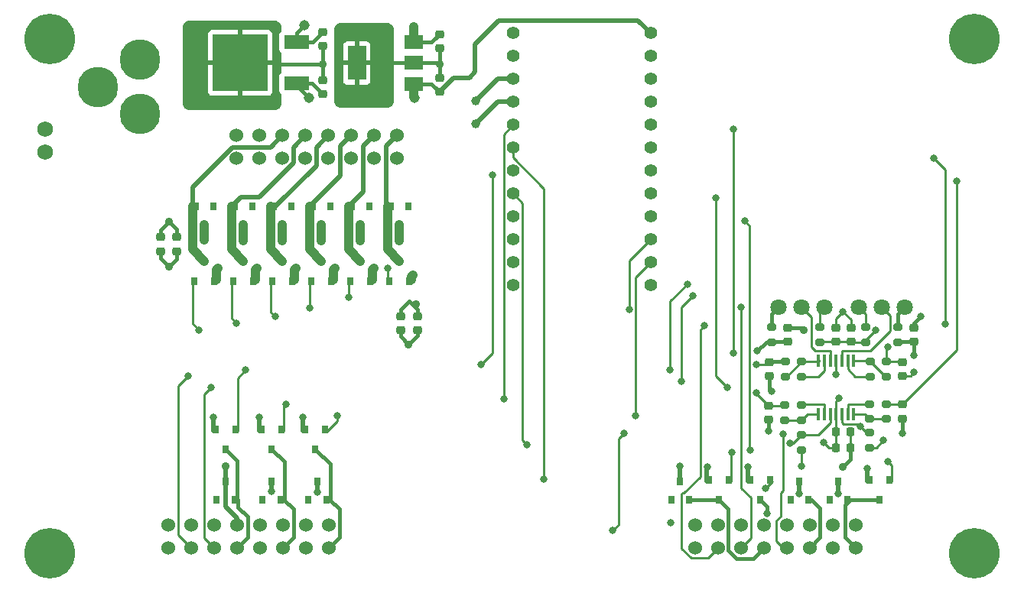
<source format=gbr>
%TF.GenerationSoftware,KiCad,Pcbnew,(6.0.10)*%
%TF.CreationDate,2024-07-31T13:49:43-04:00*%
%TF.ProjectId,min-evolver,6d696e2d-6576-46f6-9c76-65722e6b6963,rev?*%
%TF.SameCoordinates,Original*%
%TF.FileFunction,Copper,L1,Top*%
%TF.FilePolarity,Positive*%
%FSLAX46Y46*%
G04 Gerber Fmt 4.6, Leading zero omitted, Abs format (unit mm)*
G04 Created by KiCad (PCBNEW (6.0.10)) date 2024-07-31 13:49:43*
%MOMM*%
%LPD*%
G01*
G04 APERTURE LIST*
G04 Aperture macros list*
%AMRoundRect*
0 Rectangle with rounded corners*
0 $1 Rounding radius*
0 $2 $3 $4 $5 $6 $7 $8 $9 X,Y pos of 4 corners*
0 Add a 4 corners polygon primitive as box body*
4,1,4,$2,$3,$4,$5,$6,$7,$8,$9,$2,$3,0*
0 Add four circle primitives for the rounded corners*
1,1,$1+$1,$2,$3*
1,1,$1+$1,$4,$5*
1,1,$1+$1,$6,$7*
1,1,$1+$1,$8,$9*
0 Add four rect primitives between the rounded corners*
20,1,$1+$1,$2,$3,$4,$5,0*
20,1,$1+$1,$4,$5,$6,$7,0*
20,1,$1+$1,$6,$7,$8,$9,0*
20,1,$1+$1,$8,$9,$2,$3,0*%
G04 Aperture macros list end*
%TA.AperFunction,SMDPad,CuDef*%
%ADD10R,0.800000X0.900000*%
%TD*%
%TA.AperFunction,SMDPad,CuDef*%
%ADD11RoundRect,0.200000X0.275000X-0.200000X0.275000X0.200000X-0.275000X0.200000X-0.275000X-0.200000X0*%
%TD*%
%TA.AperFunction,SMDPad,CuDef*%
%ADD12RoundRect,0.225000X0.250000X-0.225000X0.250000X0.225000X-0.250000X0.225000X-0.250000X-0.225000X0*%
%TD*%
%TA.AperFunction,SMDPad,CuDef*%
%ADD13RoundRect,0.225000X-0.250000X0.225000X-0.250000X-0.225000X0.250000X-0.225000X0.250000X0.225000X0*%
%TD*%
%TA.AperFunction,SMDPad,CuDef*%
%ADD14RoundRect,0.200000X-0.275000X0.200000X-0.275000X-0.200000X0.275000X-0.200000X0.275000X0.200000X0*%
%TD*%
%TA.AperFunction,SMDPad,CuDef*%
%ADD15RoundRect,0.225000X-0.225000X-0.250000X0.225000X-0.250000X0.225000X0.250000X-0.225000X0.250000X0*%
%TD*%
%TA.AperFunction,SMDPad,CuDef*%
%ADD16R,2.000000X1.500000*%
%TD*%
%TA.AperFunction,SMDPad,CuDef*%
%ADD17R,2.000000X3.800000*%
%TD*%
%TA.AperFunction,ComponentPad*%
%ADD18C,5.600000*%
%TD*%
%TA.AperFunction,ComponentPad*%
%ADD19C,1.524000*%
%TD*%
%TA.AperFunction,SMDPad,CuDef*%
%ADD20RoundRect,0.225000X0.225000X0.250000X-0.225000X0.250000X-0.225000X-0.250000X0.225000X-0.250000X0*%
%TD*%
%TA.AperFunction,ComponentPad*%
%ADD21C,4.500000*%
%TD*%
%TA.AperFunction,ComponentPad*%
%ADD22C,1.000000*%
%TD*%
%TA.AperFunction,ComponentPad*%
%ADD23C,1.800000*%
%TD*%
%TA.AperFunction,SMDPad,CuDef*%
%ADD24R,2.800000X1.500000*%
%TD*%
%TA.AperFunction,SMDPad,CuDef*%
%ADD25R,6.100000X6.300000*%
%TD*%
%TA.AperFunction,ComponentPad*%
%ADD26C,1.397000*%
%TD*%
%TA.AperFunction,ComponentPad*%
%ADD27C,1.750000*%
%TD*%
%TA.AperFunction,SMDPad,CuDef*%
%ADD28R,0.450000X1.450000*%
%TD*%
%TA.AperFunction,ViaPad*%
%ADD29C,1.143000*%
%TD*%
%TA.AperFunction,ViaPad*%
%ADD30C,0.889000*%
%TD*%
%TA.AperFunction,ViaPad*%
%ADD31C,0.800000*%
%TD*%
%TA.AperFunction,Conductor*%
%ADD32C,0.508000*%
%TD*%
%TA.AperFunction,Conductor*%
%ADD33C,0.250000*%
%TD*%
%TA.AperFunction,Conductor*%
%ADD34C,1.016000*%
%TD*%
%TA.AperFunction,Conductor*%
%ADD35C,0.381000*%
%TD*%
G04 APERTURE END LIST*
D10*
%TO.P,Q12,1,G*%
%TO.N,/12*%
X120058000Y-78424000D03*
%TO.P,Q12,2,S*%
%TO.N,GND*%
X122258000Y-78424000D03*
%TO.P,Q12,3,D*%
%TO.N,/P-5*%
X121158000Y-76224000D03*
%TD*%
%TO.P,Q11,1,G*%
%TO.N,/5*%
X179230200Y-100400000D03*
%TO.P,Q11,2,S*%
%TO.N,GND*%
X177030200Y-100400000D03*
%TO.P,Q11,3,D*%
%TO.N,/LED-1*%
X178130200Y-102600000D03*
%TD*%
%TO.P,Q10,1,G*%
%TO.N,/10*%
X124376000Y-78424000D03*
%TO.P,Q10,2,S*%
%TO.N,GND*%
X126576000Y-78424000D03*
%TO.P,Q10,3,D*%
%TO.N,/P-4*%
X125476000Y-76224000D03*
%TD*%
%TO.P,Q9,3,D*%
%TO.N,/LED-0*%
X123494800Y-97012000D03*
%TO.P,Q9,2,S*%
%TO.N,GND*%
X122394800Y-94812000D03*
%TO.P,Q9,1,G*%
%TO.N,/4*%
X124594800Y-94812000D03*
%TD*%
%TO.P,Q8,1,G*%
%TO.N,/3*%
X183802200Y-100400000D03*
%TO.P,Q8,2,S*%
%TO.N,GND*%
X181602200Y-100400000D03*
%TO.P,Q8,3,D*%
%TO.N,/HTR-1*%
X182702200Y-102600000D03*
%TD*%
%TO.P,Q7,1,G*%
%TO.N,/9*%
X128694000Y-78424000D03*
%TO.P,Q7,2,S*%
%TO.N,GND*%
X130894000Y-78424000D03*
%TO.P,Q7,3,D*%
%TO.N,/P-3*%
X129794000Y-76224000D03*
%TD*%
%TO.P,Q6,3,D*%
%TO.N,/HTR-0*%
X128574800Y-97012000D03*
%TO.P,Q6,2,S*%
%TO.N,GND*%
X127474800Y-94812000D03*
%TO.P,Q6,1,G*%
%TO.N,/2*%
X129674800Y-94812000D03*
%TD*%
%TO.P,Q5,1,G*%
%TO.N,/8*%
X133012000Y-78424000D03*
%TO.P,Q5,2,S*%
%TO.N,GND*%
X135212000Y-78424000D03*
%TO.P,Q5,3,D*%
%TO.N,/P-2*%
X134112000Y-76224000D03*
%TD*%
%TO.P,Q4,1,G*%
%TO.N,/13*%
X197010200Y-100400000D03*
%TO.P,Q4,2,S*%
%TO.N,GND*%
X194810200Y-100400000D03*
%TO.P,Q4,3,D*%
%TO.N,/FAN-1*%
X195910200Y-102600000D03*
%TD*%
%TO.P,Q3,1,G*%
%TO.N,/7*%
X137330000Y-78424000D03*
%TO.P,Q3,2,S*%
%TO.N,GND*%
X139530000Y-78424000D03*
%TO.P,Q3,3,D*%
%TO.N,/P-1*%
X138430000Y-76224000D03*
%TD*%
%TO.P,Q2,1,G*%
%TO.N,/6*%
X141648000Y-78424000D03*
%TO.P,Q2,2,S*%
%TO.N,GND*%
X143848000Y-78424000D03*
%TO.P,Q2,3,D*%
%TO.N,/P-0*%
X142748000Y-76224000D03*
%TD*%
%TO.P,Q1,3,D*%
%TO.N,/FAN-0*%
X133400800Y-97012000D03*
%TO.P,Q1,2,S*%
%TO.N,GND*%
X132300800Y-94812000D03*
%TO.P,Q1,1,G*%
%TO.N,/11*%
X134500800Y-94812000D03*
%TD*%
%TO.P,D12,1,K*%
%TO.N,+12V*%
X121158000Y-72128000D03*
%TO.P,D12,2,A*%
%TO.N,/P-5*%
X120158000Y-70074000D03*
%TO.P,D12,3*%
%TO.N,N/C*%
X122158000Y-70074000D03*
%TD*%
%TO.P,D11,1,K*%
%TO.N,+5V*%
X173812200Y-100600000D03*
%TO.P,D11,2,A*%
%TO.N,/LED-1*%
X174812200Y-102654000D03*
%TO.P,D11,3*%
%TO.N,N/C*%
X172812200Y-102654000D03*
%TD*%
%TO.P,D10,1,K*%
%TO.N,+12V*%
X125476000Y-72128000D03*
%TO.P,D10,2,A*%
%TO.N,/P-4*%
X124476000Y-70074000D03*
%TO.P,D10,3*%
%TO.N,N/C*%
X126476000Y-70074000D03*
%TD*%
%TO.P,D9,1,K*%
%TO.N,+5V*%
X123494800Y-100600000D03*
%TO.P,D9,2,A*%
%TO.N,/LED-0*%
X124494800Y-102654000D03*
%TO.P,D9,3*%
%TO.N,N/C*%
X122494800Y-102654000D03*
%TD*%
%TO.P,D8,1,K*%
%TO.N,+12V*%
X187020200Y-100600000D03*
%TO.P,D8,2,A*%
%TO.N,/HTR-1*%
X188020200Y-102654000D03*
%TO.P,D8,3*%
%TO.N,N/C*%
X186020200Y-102654000D03*
%TD*%
%TO.P,D7,1,K*%
%TO.N,+12V*%
X129794000Y-72128000D03*
%TO.P,D7,2,A*%
%TO.N,/P-3*%
X128794000Y-70074000D03*
%TO.P,D7,3*%
%TO.N,N/C*%
X130794000Y-70074000D03*
%TD*%
%TO.P,D6,1,K*%
%TO.N,+12V*%
X128574800Y-100600000D03*
%TO.P,D6,2,A*%
%TO.N,/HTR-0*%
X129574800Y-102654000D03*
%TO.P,D6,3*%
%TO.N,N/C*%
X127574800Y-102654000D03*
%TD*%
%TO.P,D5,1,K*%
%TO.N,+12V*%
X134112000Y-72128000D03*
%TO.P,D5,2,A*%
%TO.N,/P-2*%
X133112000Y-70074000D03*
%TO.P,D5,3*%
%TO.N,N/C*%
X135112000Y-70074000D03*
%TD*%
%TO.P,D4,1,K*%
%TO.N,+12V*%
X191338200Y-100600000D03*
%TO.P,D4,2,A*%
%TO.N,/FAN-1*%
X192338200Y-102654000D03*
%TO.P,D4,3*%
%TO.N,N/C*%
X190338200Y-102654000D03*
%TD*%
%TO.P,D3,1,K*%
%TO.N,+12V*%
X138430000Y-72128000D03*
%TO.P,D3,2,A*%
%TO.N,/P-1*%
X137430000Y-70074000D03*
%TO.P,D3,3*%
%TO.N,N/C*%
X139430000Y-70074000D03*
%TD*%
%TO.P,D2,1,K*%
%TO.N,+12V*%
X142748000Y-72128000D03*
%TO.P,D2,2,A*%
%TO.N,/P-0*%
X141748000Y-70074000D03*
%TO.P,D2,3*%
%TO.N,N/C*%
X143748000Y-70074000D03*
%TD*%
%TO.P,D1,1,K*%
%TO.N,+12V*%
X133654800Y-100600000D03*
%TO.P,D1,2,A*%
%TO.N,/FAN-0*%
X134654800Y-102654000D03*
%TO.P,D1,3*%
%TO.N,N/C*%
X132654800Y-102654000D03*
%TD*%
D11*
%TO.P,R8,1*%
%TO.N,Net-(R10-Pad2)*%
X194792600Y-93662000D03*
%TO.P,R8,2*%
%TO.N,Net-(R8-Pad2)*%
X194792600Y-92012000D03*
%TD*%
D12*
%TO.P,C17,1*%
%TO.N,+3V3*%
X191084200Y-85103000D03*
%TO.P,C17,2*%
%TO.N,GND*%
X191084200Y-83553000D03*
%TD*%
D13*
%TO.P,C12,1*%
%TO.N,+12V*%
X144780000Y-82283000D03*
%TO.P,C12,2*%
%TO.N,GND*%
X144780000Y-83833000D03*
%TD*%
%TO.P,C9,1*%
%TO.N,+12V*%
X142849600Y-82283000D03*
%TO.P,C9,2*%
%TO.N,GND*%
X142849600Y-83833000D03*
%TD*%
D12*
%TO.P,C19,1*%
%TO.N,+3V3*%
X185750200Y-85103000D03*
%TO.P,C19,2*%
%TO.N,GND*%
X185750200Y-83553000D03*
%TD*%
%TO.P,C18,1*%
%TO.N,+3V3*%
X192735200Y-85103000D03*
%TO.P,C18,2*%
%TO.N,GND*%
X192735200Y-83553000D03*
%TD*%
%TO.P,C16,1*%
%TO.N,+3V3*%
X199720200Y-85103000D03*
%TO.P,C16,2*%
%TO.N,GND*%
X199720200Y-83553000D03*
%TD*%
D14*
%TO.P,R12,1*%
%TO.N,Net-(R12-Pad1)*%
X194894200Y-87313000D03*
%TO.P,R12,2*%
%TO.N,Net-(R12-Pad2)*%
X194894200Y-88963000D03*
%TD*%
%TO.P,R11,1*%
%TO.N,Net-(R11-Pad1)*%
X187274200Y-87313000D03*
%TO.P,R11,2*%
%TO.N,Net-(R11-Pad2)*%
X187274200Y-88963000D03*
%TD*%
%TO.P,R14,1*%
%TO.N,/A3*%
X185496200Y-87313000D03*
%TO.P,R14,2*%
%TO.N,Net-(R11-Pad1)*%
X185496200Y-88963000D03*
%TD*%
D13*
%TO.P,C4,1*%
%TO.N,/A0*%
X183616600Y-92189000D03*
%TO.P,C4,2*%
%TO.N,GND*%
X183616600Y-93739000D03*
%TD*%
D15*
%TO.P,C2,1*%
%TO.N,+3V3*%
X191071200Y-95123000D03*
%TO.P,C2,2*%
%TO.N,GND*%
X192621200Y-95123000D03*
%TD*%
D12*
%TO.P,C8,1*%
%TO.N,+12V*%
X116323532Y-75078000D03*
%TO.P,C8,2*%
%TO.N,GND*%
X116323532Y-73528000D03*
%TD*%
D14*
%TO.P,R3,1*%
%TO.N,/OD90-0*%
X197942200Y-83503000D03*
%TO.P,R3,2*%
%TO.N,+3V3*%
X197942200Y-85153000D03*
%TD*%
D11*
%TO.P,R7,1*%
%TO.N,Net-(R7-Pad1)*%
X187274200Y-93789000D03*
%TO.P,R7,2*%
%TO.N,Net-(R7-Pad2)*%
X187274200Y-92139000D03*
%TD*%
D12*
%TO.P,C10,1*%
%TO.N,+12V*%
X134239000Y-57671000D03*
%TO.P,C10,2*%
%TO.N,GND*%
X134239000Y-56121000D03*
%TD*%
%TO.P,C11,1*%
%TO.N,+5V*%
X147193000Y-57417000D03*
%TO.P,C11,2*%
%TO.N,GND*%
X147193000Y-55867000D03*
%TD*%
D13*
%TO.P,C13,1*%
%TO.N,+3V3*%
X147193000Y-51041000D03*
%TO.P,C13,2*%
%TO.N,GND*%
X147193000Y-52591000D03*
%TD*%
D16*
%TO.P,U3,1,VI*%
%TO.N,+5V*%
X144315600Y-56529000D03*
%TO.P,U3,2,GND*%
%TO.N,GND*%
X144315600Y-54229000D03*
D17*
X138015600Y-54229000D03*
D16*
%TO.P,U3,3,VO*%
%TO.N,+3V3*%
X144315600Y-51929000D03*
%TD*%
D18*
%TO.P,H3,1,1*%
%TO.N,unconnected-(H3-Pad1)*%
X206375000Y-51562000D03*
%TD*%
%TO.P,H4,1,1*%
%TO.N,unconnected-(H4-Pad1)*%
X206375000Y-108585000D03*
%TD*%
%TO.P,H2,1,1*%
%TO.N,unconnected-(H2-Pad1)*%
X104013000Y-51562000D03*
%TD*%
%TO.P,H1,1,1*%
%TO.N,unconnected-(H1-Pad1)*%
X104013000Y-108585000D03*
%TD*%
D19*
%TO.P,P4,1,P1*%
%TO.N,/P-0*%
X142494000Y-62230000D03*
%TO.P,P4,2,P2*%
%TO.N,+12V*%
X142494000Y-64770000D03*
%TO.P,P4,3,P3*%
%TO.N,/P-1*%
X139954000Y-62230000D03*
%TO.P,P4,4,P4*%
%TO.N,+12V*%
X139954000Y-64770000D03*
%TO.P,P4,5,P5*%
%TO.N,/P-2*%
X137414000Y-62230000D03*
%TO.P,P4,6,P6*%
%TO.N,+12V*%
X137414000Y-64770000D03*
%TO.P,P4,7,P7*%
%TO.N,/P-3*%
X134874000Y-62230000D03*
%TO.P,P4,8,P8*%
%TO.N,+12V*%
X134874000Y-64770000D03*
%TO.P,P4,9,P9*%
%TO.N,/P-4*%
X132334000Y-62230000D03*
%TO.P,P4,10,P10*%
%TO.N,+12V*%
X132334000Y-64770000D03*
%TO.P,P4,11,P11*%
%TO.N,/P-5*%
X129794000Y-62230000D03*
%TO.P,P4,12,P12*%
%TO.N,+12V*%
X129794000Y-64770000D03*
%TO.P,P4,13,P13*%
%TO.N,unconnected-(P4-Pad13)*%
X127254000Y-62230000D03*
%TO.P,P4,14,P14*%
%TO.N,unconnected-(P4-Pad14)*%
X127254000Y-64770000D03*
%TO.P,P4,15,P15*%
%TO.N,unconnected-(P4-Pad15)*%
X124714000Y-62230000D03*
%TO.P,P4,16,P16*%
%TO.N,unconnected-(P4-Pad16)*%
X124714000Y-64770000D03*
%TD*%
D14*
%TO.P,R1,1*%
%TO.N,/TS-0*%
X187274200Y-95441000D03*
%TO.P,R1,2*%
%TO.N,+3V3*%
X187274200Y-97091000D03*
%TD*%
%TO.P,R2,1*%
%TO.N,/TS-1*%
X194767200Y-95187000D03*
%TO.P,R2,2*%
%TO.N,+3V3*%
X194767200Y-96837000D03*
%TD*%
%TO.P,R4,1*%
%TO.N,/OD90-1*%
X189306200Y-83503000D03*
%TO.P,R4,2*%
%TO.N,+3V3*%
X189306200Y-85153000D03*
%TD*%
D11*
%TO.P,R5,1*%
%TO.N,+3V3*%
X194386200Y-85153000D03*
%TO.P,R5,2*%
%TO.N,/OD135-0*%
X194386200Y-83503000D03*
%TD*%
%TO.P,R6,1*%
%TO.N,+3V3*%
X183972200Y-85153000D03*
%TO.P,R6,2*%
%TO.N,/OD135-1*%
X183972200Y-83503000D03*
%TD*%
D14*
%TO.P,R9,1*%
%TO.N,/A0*%
X185394600Y-92139000D03*
%TO.P,R9,2*%
%TO.N,Net-(R7-Pad1)*%
X185394600Y-93789000D03*
%TD*%
%TO.P,R10,1*%
%TO.N,/A1*%
X196672200Y-92012000D03*
%TO.P,R10,2*%
%TO.N,Net-(R10-Pad2)*%
X196672200Y-93662000D03*
%TD*%
%TO.P,R13,1*%
%TO.N,/A2*%
X196672200Y-87313000D03*
%TO.P,R13,2*%
%TO.N,Net-(R12-Pad1)*%
X196672200Y-88963000D03*
%TD*%
D20*
%TO.P,C1,1*%
%TO.N,GND*%
X192621200Y-96901000D03*
%TO.P,C1,2*%
%TO.N,+3V3*%
X191071200Y-96901000D03*
%TD*%
D13*
%TO.P,C3,1*%
%TO.N,/A1*%
X198450200Y-92062000D03*
%TO.P,C3,2*%
%TO.N,GND*%
X198450200Y-93612000D03*
%TD*%
D12*
%TO.P,C5,1*%
%TO.N,+12V*%
X118059200Y-75078000D03*
%TO.P,C5,2*%
%TO.N,GND*%
X118059200Y-73528000D03*
%TD*%
D13*
%TO.P,C6,1*%
%TO.N,/A2*%
X198450200Y-87363000D03*
%TO.P,C6,2*%
%TO.N,GND*%
X198450200Y-88913000D03*
%TD*%
%TO.P,C7,1*%
%TO.N,/A3*%
X183718200Y-87363000D03*
%TO.P,C7,2*%
%TO.N,GND*%
X183718200Y-88913000D03*
%TD*%
%TO.P,C14,1*%
%TO.N,+5V*%
X134264400Y-50787000D03*
%TO.P,C14,2*%
%TO.N,GND*%
X134264400Y-52337000D03*
%TD*%
D21*
%TO.P,CON1,1*%
%TO.N,+12V*%
X114046000Y-59896000D03*
%TO.P,CON1,2*%
%TO.N,GND*%
X114046000Y-53896000D03*
%TO.P,CON1,3*%
X109346000Y-56896000D03*
%TD*%
D22*
%TO.P,C15,1*%
%TO.N,Net-(C15-Pad1)*%
X151180800Y-58465400D03*
%TO.P,C15,2*%
%TO.N,GND*%
X151180800Y-60965400D03*
%TD*%
D23*
%TO.P,JP1,1,A*%
%TO.N,/OD90-0*%
X198704200Y-81280000D03*
%TO.P,JP1,2,C*%
%TO.N,/OD-0*%
X196164200Y-81280000D03*
%TO.P,JP1,3,B*%
%TO.N,/OD135-0*%
X193624200Y-81280000D03*
%TD*%
D24*
%TO.P,U4,1,VI*%
%TO.N,+12V*%
X131345000Y-56489600D03*
%TO.P,U4,2,VO*%
%TO.N,+5V*%
X131345000Y-51917600D03*
D25*
%TO.P,U4,3,GND*%
%TO.N,GND*%
X125095000Y-54203600D03*
%TD*%
D26*
%TO.P,P1,1,P1*%
%TO.N,unconnected-(P1-Pad1)*%
X155321000Y-50927000D03*
%TO.P,P1,2,P2*%
%TO.N,+5V*%
X170561000Y-50927000D03*
%TO.P,P1,3,P3*%
%TO.N,unconnected-(P1-Pad3)*%
X155321000Y-53467000D03*
%TO.P,P1,4,P4*%
%TO.N,GND*%
X170561000Y-53467000D03*
%TO.P,P1,5,P5*%
%TO.N,Net-(C15-Pad1)*%
X155321000Y-56007000D03*
%TO.P,P1,6,P6*%
%TO.N,unconnected-(P1-Pad6)*%
X170561000Y-56007000D03*
%TO.P,P1,7,P7*%
%TO.N,GND*%
X155321000Y-58547000D03*
%TO.P,P1,8,P8*%
%TO.N,unconnected-(P1-Pad8)*%
X170561000Y-58547000D03*
%TO.P,P1,9,P9*%
%TO.N,/2*%
X155321000Y-61087000D03*
%TO.P,P1,10,P10*%
%TO.N,/A3*%
X170561000Y-61087000D03*
%TO.P,P1,11,P11*%
%TO.N,/3*%
X155321000Y-63627000D03*
%TO.P,P1,12,P12*%
%TO.N,/A2*%
X170561000Y-63627000D03*
%TO.P,P1,13,P13*%
%TO.N,/4*%
X155321000Y-66167000D03*
%TO.P,P1,14,P14*%
%TO.N,/A1*%
X170561000Y-66167000D03*
%TO.P,P1,15,P15*%
%TO.N,/5*%
X155321000Y-68707000D03*
%TO.P,P1,16,P16*%
%TO.N,/A0*%
X170561000Y-68707000D03*
%TO.P,P1,17,P17*%
%TO.N,/6*%
X155321000Y-71247000D03*
%TO.P,P1,18,P18*%
%TO.N,/13*%
X170561000Y-71247000D03*
%TO.P,P1,19,P19*%
%TO.N,/7*%
X155321000Y-73787000D03*
%TO.P,P1,20,P20*%
%TO.N,/12*%
X170561000Y-73787000D03*
%TO.P,P1,21,P21*%
%TO.N,/8*%
X155321000Y-76327000D03*
%TO.P,P1,22,P22*%
%TO.N,/11*%
X170561000Y-76327000D03*
%TO.P,P1,23,P23*%
%TO.N,/9*%
X155321000Y-78867000D03*
%TO.P,P1,24,P24*%
%TO.N,/10*%
X170561000Y-78867000D03*
%TD*%
D23*
%TO.P,JP2,1,A*%
%TO.N,/OD90-1*%
X189814200Y-81280000D03*
%TO.P,JP2,2,C*%
%TO.N,/OD-1*%
X187274200Y-81280000D03*
%TO.P,JP2,3,B*%
%TO.N,/OD135-1*%
X184734200Y-81280000D03*
%TD*%
D27*
%TO.P,P7,2,P2*%
%TO.N,GND*%
X103505000Y-64135000D03*
%TO.P,P7,1,P1*%
%TO.N,+12V*%
X103505000Y-61595000D03*
%TD*%
D28*
%TO.P,U1,1*%
%TO.N,Net-(R7-Pad1)*%
X189134200Y-93120000D03*
%TO.P,U1,2,-*%
%TO.N,Net-(R7-Pad2)*%
X189784200Y-93120000D03*
%TO.P,U1,3,+*%
%TO.N,/TS-0*%
X190434200Y-93120000D03*
%TO.P,U1,4,V+*%
%TO.N,+3V3*%
X191084200Y-93120000D03*
%TO.P,U1,5,+*%
%TO.N,/TS-1*%
X191734200Y-93120000D03*
%TO.P,U1,6,-*%
%TO.N,Net-(R8-Pad2)*%
X192384200Y-93120000D03*
%TO.P,U1,7*%
%TO.N,Net-(R10-Pad2)*%
X193034200Y-93120000D03*
%TO.P,U1,8*%
%TO.N,Net-(R12-Pad1)*%
X193034200Y-87220000D03*
%TO.P,U1,9,-*%
%TO.N,Net-(R12-Pad2)*%
X192384200Y-87220000D03*
%TO.P,U1,10,+*%
%TO.N,/OD-0*%
X191734200Y-87220000D03*
%TO.P,U1,11,V-*%
%TO.N,GND*%
X191084200Y-87220000D03*
%TO.P,U1,12,+*%
%TO.N,/OD-1*%
X190434200Y-87220000D03*
%TO.P,U1,13,-*%
%TO.N,Net-(R11-Pad2)*%
X189784200Y-87220000D03*
%TO.P,U1,14*%
%TO.N,Net-(R11-Pad1)*%
X189134200Y-87220000D03*
%TD*%
D19*
%TO.P,P2,1,P1*%
%TO.N,/FAN-0*%
X134924800Y-107950000D03*
%TO.P,P2,2,P2*%
%TO.N,+12V*%
X134924800Y-105410000D03*
%TO.P,P2,3,P3*%
%TO.N,unconnected-(P2-Pad3)*%
X132384800Y-107950000D03*
%TO.P,P2,4,P4*%
%TO.N,unconnected-(P2-Pad4)*%
X132384800Y-105410000D03*
%TO.P,P2,5,P5*%
%TO.N,/HTR-0*%
X129844800Y-107950000D03*
%TO.P,P2,6,P6*%
%TO.N,+12V*%
X129844800Y-105410000D03*
%TO.P,P2,7,P7*%
%TO.N,/TS-0*%
X127304800Y-107950000D03*
%TO.P,P2,8,P8*%
%TO.N,GND*%
X127304800Y-105410000D03*
%TO.P,P2,9,P9*%
%TO.N,/LED-0*%
X124764800Y-107950000D03*
%TO.P,P2,10,P10*%
%TO.N,+5V*%
X124764800Y-105410000D03*
%TO.P,P2,11,P11*%
%TO.N,/OD135-0*%
X122224800Y-107950000D03*
%TO.P,P2,12,P12*%
%TO.N,GND*%
X122224800Y-105410000D03*
%TO.P,P2,13,P13*%
%TO.N,/OD90-0*%
X119684800Y-107950000D03*
%TO.P,P2,14,P14*%
%TO.N,GND*%
X119684800Y-105410000D03*
%TO.P,P2,15,P15*%
%TO.N,unconnected-(P2-Pad15)*%
X117144800Y-107950000D03*
%TO.P,P2,16,P16*%
%TO.N,unconnected-(P2-Pad16)*%
X117144800Y-105410000D03*
%TD*%
%TO.P,P3,1,P1*%
%TO.N,/FAN-1*%
X193243200Y-107950000D03*
%TO.P,P3,2,P2*%
%TO.N,+12V*%
X193243200Y-105410000D03*
%TO.P,P3,3,P3*%
%TO.N,unconnected-(P3-Pad3)*%
X190703200Y-107950000D03*
%TO.P,P3,4,P4*%
%TO.N,unconnected-(P3-Pad4)*%
X190703200Y-105410000D03*
%TO.P,P3,5,P5*%
%TO.N,/HTR-1*%
X188163200Y-107950000D03*
%TO.P,P3,6,P6*%
%TO.N,+12V*%
X188163200Y-105410000D03*
%TO.P,P3,7,P7*%
%TO.N,/TS-1*%
X185623200Y-107950000D03*
%TO.P,P3,8,P8*%
%TO.N,GND*%
X185623200Y-105410000D03*
%TO.P,P3,9,P9*%
%TO.N,/LED-1*%
X183083200Y-107950000D03*
%TO.P,P3,10,P10*%
%TO.N,+5V*%
X183083200Y-105410000D03*
%TO.P,P3,11,P11*%
%TO.N,/OD135-1*%
X180543200Y-107950000D03*
%TO.P,P3,12,P12*%
%TO.N,GND*%
X180543200Y-105410000D03*
%TO.P,P3,13,P13*%
%TO.N,/OD90-1*%
X178003200Y-107950000D03*
%TO.P,P3,14,P14*%
%TO.N,GND*%
X178003200Y-105410000D03*
%TO.P,P3,15,P15*%
%TO.N,unconnected-(P3-Pad15)*%
X175463200Y-107950000D03*
%TO.P,P3,16,P16*%
%TO.N,unconnected-(P3-Pad16)*%
X175463200Y-105410000D03*
%TD*%
D29*
%TO.N,GND*%
X138049000Y-50800000D03*
D30*
X135636000Y-76970000D03*
D31*
X122123200Y-93472000D03*
D29*
X138049000Y-57912000D03*
D30*
X144272000Y-77731000D03*
X187528200Y-83820000D03*
X143764000Y-85445600D03*
D31*
X183591200Y-94996000D03*
X199720200Y-88519000D03*
D30*
X139954000Y-76970000D03*
D31*
X191846200Y-81788000D03*
D30*
X127000000Y-76970000D03*
X134239000Y-54356000D03*
X117246400Y-71839200D03*
D31*
X200482200Y-82296000D03*
D29*
X120015000Y-54356000D03*
D31*
X191084200Y-88696800D03*
D29*
X141097000Y-54356000D03*
D31*
X198450200Y-95250000D03*
X176809400Y-99009200D03*
X132080000Y-93472000D03*
X127203200Y-93472000D03*
X194538600Y-99110800D03*
D30*
X122682000Y-76970000D03*
D29*
X120015000Y-58420000D03*
X120015000Y-50546000D03*
D30*
X131318000Y-76970000D03*
D29*
X141097000Y-50800000D03*
D31*
X183972200Y-90633330D03*
D29*
X141097000Y-57912000D03*
D30*
X147193000Y-54356000D03*
X191795400Y-98976999D03*
D31*
X181330600Y-99009200D03*
%TO.N,+3V3*%
X189687200Y-96266000D03*
X195450917Y-83827692D03*
X199720200Y-86614000D03*
X196291200Y-96057001D03*
X182334500Y-86130899D03*
X144315200Y-50241200D03*
X191414400Y-91389200D03*
X187274200Y-98932499D03*
%TO.N,/A1*%
X204470000Y-67310000D03*
%TO.N,/A0*%
X182245000Y-90805000D03*
X179070000Y-90170000D03*
X177800000Y-69215000D03*
%TO.N,+12V*%
X125476000Y-73922000D03*
X128574800Y-101650800D03*
X121158000Y-73795000D03*
X133654800Y-101752400D03*
X187020200Y-101904800D03*
X129794000Y-73922000D03*
D30*
X144582832Y-80953000D03*
D31*
X142748000Y-73922000D03*
D29*
X132715000Y-58082800D03*
D31*
X134112000Y-73922000D03*
X138430000Y-73922000D03*
X191338200Y-101904800D03*
D30*
X117246400Y-76766800D03*
D31*
%TO.N,/A2*%
X203200000Y-83185000D03*
X201930000Y-64770000D03*
X196850000Y-85725000D03*
%TO.N,/A3*%
X182245000Y-87630000D03*
X179705000Y-61595000D03*
X179705000Y-86360000D03*
D29*
%TO.N,+5V*%
X132207000Y-50038000D03*
D30*
X123494800Y-98882200D03*
D29*
X144399000Y-58082800D03*
D31*
X173812200Y-98933000D03*
X172757500Y-105156000D03*
%TO.N,/HTR-1*%
X183474425Y-104105917D03*
%TO.N,/OD135-0*%
X121920000Y-90170000D03*
X175260000Y-80010000D03*
X173990000Y-89535000D03*
%TO.N,/OD90-0*%
X172720000Y-88265000D03*
X174625000Y-78740000D03*
X119380000Y-88900000D03*
%TO.N,/OD90-1*%
X176530000Y-83312000D03*
%TO.N,/OD135-1*%
X180594000Y-81280000D03*
%TO.N,/10*%
X124714000Y-83058000D03*
%TO.N,/11*%
X135890000Y-93345000D03*
X168910000Y-93345000D03*
%TO.N,/12*%
X168185500Y-81534000D03*
X120523000Y-83820000D03*
%TO.N,/13*%
X181610000Y-97155000D03*
X180975000Y-71755000D03*
X196850000Y-98425000D03*
%TO.N,/2*%
X130175000Y-92075000D03*
X154305000Y-91440000D03*
%TO.N,/3*%
X158750000Y-100330000D03*
X183283600Y-101368600D03*
%TO.N,/4*%
X153035000Y-66675000D03*
X151765000Y-87630000D03*
X125730000Y-88265000D03*
%TO.N,/5*%
X156845000Y-96520000D03*
X179501800Y-97358200D03*
%TO.N,/6*%
X141478000Y-76962000D03*
%TO.N,/7*%
X137080000Y-80184000D03*
%TO.N,/8*%
X132824224Y-81409347D03*
%TO.N,/9*%
X129032000Y-82296000D03*
%TO.N,/TS-0*%
X186004200Y-96393000D03*
X166370000Y-106045000D03*
X167640000Y-95250000D03*
%TO.N,/TS-1*%
X193751200Y-94488000D03*
X185242200Y-95300800D03*
%TD*%
D32*
%TO.N,/P-3*%
X133550000Y-63554000D02*
X134874000Y-62230000D01*
X129008000Y-70128000D02*
X133550000Y-65586000D01*
X133550000Y-65586000D02*
X133550000Y-63554000D01*
X128444000Y-70128000D02*
X129008000Y-70128000D01*
%TO.N,+12V*%
X128574800Y-100600000D02*
X128574800Y-101650800D01*
D33*
%TO.N,/OD90-1*%
X176916200Y-109037000D02*
X178003200Y-107950000D01*
X174244000Y-101854000D02*
X174112200Y-101854000D01*
X174112200Y-101854000D02*
X173990000Y-101976200D01*
X173990000Y-108014051D02*
X175012949Y-109037000D01*
X175012949Y-109037000D02*
X176916200Y-109037000D01*
X176055200Y-100042800D02*
X174244000Y-101854000D01*
X173990000Y-101976200D02*
X173990000Y-108014051D01*
X176055200Y-83786800D02*
X176055200Y-100042800D01*
X176530000Y-83312000D02*
X176055200Y-83786800D01*
D34*
%TO.N,GND*%
X131144000Y-78224000D02*
X131144000Y-77144000D01*
D32*
X132050800Y-95012000D02*
X132050800Y-93501200D01*
X194560200Y-100600000D02*
X194560200Y-99132400D01*
D35*
X185750200Y-83553000D02*
X187261200Y-83553000D01*
X118059200Y-72652000D02*
X117246400Y-71839200D01*
X144780000Y-83833000D02*
X144780000Y-84429600D01*
X183718200Y-88913000D02*
X183718200Y-90379330D01*
X183718200Y-90379330D02*
X183972200Y-90633330D01*
X141224000Y-54229000D02*
X141097000Y-54356000D01*
X183616600Y-93739000D02*
X183616600Y-94970600D01*
X147066000Y-54229000D02*
X147193000Y-54356000D01*
X116323532Y-73528000D02*
X116323532Y-72762068D01*
D32*
X127224800Y-93493600D02*
X127203200Y-93472000D01*
D33*
X192735200Y-82677000D02*
X191846200Y-81788000D01*
D34*
X144098000Y-77905000D02*
X144272000Y-77731000D01*
D32*
X127224800Y-95012000D02*
X127224800Y-93493600D01*
D33*
X191084200Y-87220000D02*
X191084200Y-88696800D01*
D32*
X194560200Y-99132400D02*
X194538600Y-99110800D01*
X176780200Y-99038400D02*
X176809400Y-99009200D01*
X122144800Y-95012000D02*
X122144800Y-93493600D01*
X153599200Y-58547000D02*
X151180800Y-60965400D01*
D33*
X192621200Y-95123000D02*
X192621200Y-96901000D01*
D34*
X126826000Y-77144000D02*
X127000000Y-76970000D01*
D33*
X192735200Y-83553000D02*
X192735200Y-82677000D01*
D35*
X192621200Y-98151199D02*
X191795400Y-98976999D01*
X144780000Y-84429600D02*
X143764000Y-85445600D01*
D32*
X181352200Y-100600000D02*
X181352200Y-99030800D01*
D35*
X144315600Y-54229000D02*
X147066000Y-54229000D01*
X187261200Y-83553000D02*
X187528200Y-83820000D01*
D32*
X122144800Y-93493600D02*
X122123200Y-93472000D01*
D35*
X134239000Y-54356000D02*
X129159000Y-54356000D01*
X199720200Y-83058000D02*
X200482200Y-82296000D01*
X192621200Y-96901000D02*
X192621200Y-98151199D01*
D32*
X132050800Y-93501200D02*
X132080000Y-93472000D01*
D34*
X126826000Y-78224000D02*
X126826000Y-77144000D01*
D35*
X142849600Y-83833000D02*
X142849600Y-84531200D01*
X147193000Y-52591000D02*
X147193000Y-54356000D01*
D34*
X144098000Y-78224000D02*
X144098000Y-77905000D01*
D35*
X134239000Y-54356000D02*
X134239000Y-52362400D01*
X198450200Y-93612000D02*
X198450200Y-95250000D01*
D34*
X139780000Y-77144000D02*
X139954000Y-76970000D01*
D33*
X199326200Y-88913000D02*
X199720200Y-88519000D01*
D35*
X134239000Y-56121000D02*
X134239000Y-54356000D01*
D33*
X198450200Y-88913000D02*
X199326200Y-88913000D01*
D35*
X199720200Y-83553000D02*
X199720200Y-83058000D01*
X147193000Y-55867000D02*
X147193000Y-54356000D01*
D34*
X122508000Y-77144000D02*
X122682000Y-76970000D01*
D35*
X183616600Y-94970600D02*
X183591200Y-94996000D01*
X118059200Y-73528000D02*
X118059200Y-72652000D01*
D34*
X135462000Y-78224000D02*
X135462000Y-77144000D01*
D32*
X155321000Y-58547000D02*
X153599200Y-58547000D01*
D35*
X116323532Y-72762068D02*
X117246400Y-71839200D01*
D33*
X191084200Y-82550000D02*
X191846200Y-81788000D01*
D32*
X176780200Y-100600000D02*
X176780200Y-99038400D01*
D34*
X122508000Y-78224000D02*
X122508000Y-77144000D01*
D32*
X181352200Y-99030800D02*
X181330600Y-99009200D01*
D33*
X191084200Y-83553000D02*
X191084200Y-82550000D01*
D34*
X139780000Y-78224000D02*
X139780000Y-77144000D01*
D35*
X142849600Y-84531200D02*
X143764000Y-85445600D01*
X144315600Y-54229000D02*
X141224000Y-54229000D01*
D34*
X131144000Y-77144000D02*
X131318000Y-76970000D01*
X135462000Y-77144000D02*
X135636000Y-76970000D01*
D33*
%TO.N,+3V3*%
X192735200Y-85103000D02*
X191084200Y-85103000D01*
X194386200Y-84892409D02*
X195450917Y-83827692D01*
X191084200Y-91719400D02*
X191414400Y-91389200D01*
X194767200Y-96837000D02*
X195511201Y-96837000D01*
X194386200Y-85153000D02*
X192785200Y-85153000D01*
X191084200Y-85103000D02*
X189356200Y-85103000D01*
D35*
X146305000Y-51929000D02*
X147193000Y-51041000D01*
X199720200Y-85103000D02*
X197992200Y-85103000D01*
X183312399Y-85153000D02*
X182334500Y-86130899D01*
X194386200Y-85153000D02*
X194386200Y-84892409D01*
D33*
X190322200Y-96901000D02*
X189687200Y-96266000D01*
X187274200Y-97091000D02*
X187274200Y-98932499D01*
X191071200Y-95123000D02*
X191071200Y-96901000D01*
D35*
X185750200Y-85103000D02*
X184022200Y-85103000D01*
X144315600Y-51929000D02*
X146305000Y-51929000D01*
D33*
X191084200Y-93120000D02*
X191084200Y-91719400D01*
D34*
X144315600Y-50241600D02*
X144315200Y-50241200D01*
X144315600Y-51929000D02*
X144315600Y-50241600D01*
D35*
X183972200Y-85153000D02*
X183312399Y-85153000D01*
X199720200Y-85103000D02*
X199720200Y-86614000D01*
D33*
X191084200Y-93120000D02*
X191084200Y-95110000D01*
X195511201Y-96837000D02*
X196291200Y-96057001D01*
X190322200Y-96901000D02*
X191071200Y-96901000D01*
%TO.N,/A1*%
X196672200Y-92012000D02*
X198400200Y-92012000D01*
X204470000Y-86042200D02*
X198450200Y-92062000D01*
X204470000Y-67310000D02*
X204470000Y-86042200D01*
%TO.N,/A0*%
X177800000Y-88900000D02*
X179070000Y-90170000D01*
X182245000Y-90805000D02*
X182245000Y-90817400D01*
X183616600Y-92189000D02*
X185344600Y-92189000D01*
X177800000Y-69215000D02*
X177800000Y-88900000D01*
X182245000Y-90817400D02*
X183616600Y-92189000D01*
D34*
%TO.N,+12V*%
X138430000Y-72128000D02*
X138430000Y-73922000D01*
X129794000Y-72128000D02*
X129794000Y-73922000D01*
D32*
X133654800Y-100600000D02*
X133654800Y-101752400D01*
D34*
X134112000Y-72128000D02*
X134112000Y-73922000D01*
D35*
X133057600Y-56489600D02*
X134239000Y-57671000D01*
D32*
X191338200Y-100600000D02*
X191338200Y-101904800D01*
D35*
X131345000Y-56489600D02*
X133057600Y-56489600D01*
X142849600Y-82283000D02*
X142849600Y-81534000D01*
X116323532Y-75078000D02*
X116323532Y-75843932D01*
X118059200Y-75954000D02*
X117246400Y-76766800D01*
D34*
X121158000Y-72128000D02*
X121158000Y-73795000D01*
D35*
X144780000Y-82283000D02*
X144780000Y-81534000D01*
X118059200Y-75078000D02*
X118059200Y-75954000D01*
X144780000Y-81534000D02*
X143814800Y-80568800D01*
D34*
X142748000Y-72128000D02*
X142748000Y-73922000D01*
D35*
X116323532Y-75843932D02*
X117246400Y-76766800D01*
D34*
X125476000Y-72128000D02*
X125476000Y-73922000D01*
D35*
X131345000Y-56712800D02*
X132715000Y-58082800D01*
D32*
X187020200Y-100600000D02*
X187020200Y-101904800D01*
D35*
X142849600Y-81534000D02*
X143814800Y-80568800D01*
D33*
%TO.N,/A2*%
X203200000Y-83185000D02*
X203200000Y-66040000D01*
X196672200Y-87313000D02*
X196672200Y-85902800D01*
X203200000Y-66040000D02*
X201930000Y-64770000D01*
X196672200Y-85902800D02*
X196850000Y-85725000D01*
X196672200Y-87313000D02*
X198400200Y-87313000D01*
%TO.N,/A3*%
X182245000Y-87630000D02*
X183451200Y-87630000D01*
D35*
X185496200Y-87313000D02*
X183768200Y-87313000D01*
D33*
X179705000Y-61595000D02*
X179705000Y-86360000D01*
X183451200Y-87630000D02*
X183718200Y-87363000D01*
D35*
%TO.N,+5V*%
X131345000Y-51917600D02*
X133133800Y-51917600D01*
X146305000Y-56529000D02*
X147193000Y-57417000D01*
D32*
X123494800Y-103378000D02*
X124764800Y-104648000D01*
D35*
X144315600Y-56529000D02*
X146305000Y-56529000D01*
D32*
X153740000Y-49530000D02*
X151130000Y-52140000D01*
X151130000Y-55245000D02*
X150495000Y-55880000D01*
X148730000Y-55880000D02*
X147193000Y-57417000D01*
D35*
X131345000Y-51917600D02*
X131345000Y-50900000D01*
D34*
X144315600Y-57999400D02*
X144399000Y-58082800D01*
D32*
X169164000Y-49530000D02*
X153740000Y-49530000D01*
X123494800Y-100600000D02*
X123494800Y-98882200D01*
X123494800Y-100600000D02*
X123494800Y-103378000D01*
X170561000Y-50927000D02*
X169164000Y-49530000D01*
X151130000Y-52140000D02*
X151130000Y-55245000D01*
X150495000Y-55880000D02*
X148730000Y-55880000D01*
X173812200Y-100600000D02*
X173812200Y-98933000D01*
D35*
X133133800Y-51917600D02*
X134264400Y-50787000D01*
X131345000Y-50900000D02*
X132207000Y-50038000D01*
D34*
X144315600Y-56529000D02*
X144315600Y-57999400D01*
D32*
%TO.N,Net-(C15-Pad1)*%
X155321000Y-56007000D02*
X153639200Y-56007000D01*
X153639200Y-56007000D02*
X151180800Y-58465400D01*
D35*
%TO.N,/FAN-0*%
X136077300Y-106797500D02*
X134924800Y-107950000D01*
X136077300Y-103672500D02*
X136077300Y-106797500D01*
X135004800Y-102600000D02*
X136077300Y-103672500D01*
X135051800Y-98663000D02*
X135051800Y-102553000D01*
X133400800Y-97012000D02*
X135051800Y-98663000D01*
D33*
%TO.N,/P-0*%
X141398000Y-70128000D02*
X141398000Y-70078000D01*
D34*
X142748000Y-76224000D02*
X141398000Y-74874000D01*
D32*
X141278000Y-70008000D02*
X141278000Y-63446000D01*
X141278000Y-63446000D02*
X142494000Y-62230000D01*
D34*
X141398000Y-74874000D02*
X141398000Y-70128000D01*
D32*
X141398000Y-70128000D02*
X141278000Y-70008000D01*
%TO.N,/P-1*%
X138738000Y-68470000D02*
X138738000Y-63446000D01*
X137080000Y-70128000D02*
X138738000Y-68470000D01*
X138738000Y-63446000D02*
X139954000Y-62230000D01*
D34*
X137080000Y-74874000D02*
X137080000Y-70128000D01*
X138430000Y-76224000D02*
X137080000Y-74874000D01*
D35*
%TO.N,/FAN-1*%
X192090700Y-106797500D02*
X193243200Y-107950000D01*
X192090700Y-103197500D02*
X192090700Y-106797500D01*
X192688200Y-102600000D02*
X192090700Y-103197500D01*
X192688200Y-102600000D02*
X195910200Y-102600000D01*
D34*
%TO.N,/P-2*%
X134112000Y-76224000D02*
X132762000Y-74874000D01*
D32*
X136198000Y-63446000D02*
X137414000Y-62230000D01*
X132762000Y-70128000D02*
X136198000Y-66692000D01*
X136198000Y-66692000D02*
X136198000Y-63446000D01*
D34*
X132762000Y-74874000D02*
X132762000Y-70128000D01*
D35*
%TO.N,/HTR-0*%
X129971800Y-98409000D02*
X129971800Y-102553000D01*
X129924800Y-102600000D02*
X130997300Y-103672500D01*
X130997300Y-103672500D02*
X130997300Y-106797500D01*
X130997300Y-106797500D02*
X129844800Y-107950000D01*
X128574800Y-97012000D02*
X129971800Y-98409000D01*
D34*
%TO.N,/P-3*%
X129794000Y-76224000D02*
X128444000Y-74874000D01*
X128444000Y-74874000D02*
X128444000Y-70128000D01*
D35*
%TO.N,/HTR-1*%
X188370200Y-102600000D02*
X189315700Y-103545500D01*
X189315700Y-103545500D02*
X189315700Y-106797500D01*
X189315700Y-106797500D02*
X188163200Y-107950000D01*
X183474425Y-103372225D02*
X182702200Y-102600000D01*
X183474425Y-104105917D02*
X183474425Y-103372225D01*
%TO.N,/LED-0*%
X125917300Y-106797500D02*
X124764800Y-107950000D01*
X124844800Y-103431000D02*
X125917300Y-104503500D01*
X124774300Y-98291500D02*
X124774300Y-102435500D01*
X123494800Y-97012000D02*
X124774300Y-98291500D01*
X124844800Y-102600000D02*
X124844800Y-103431000D01*
X125917300Y-104503500D02*
X125917300Y-106797500D01*
D34*
%TO.N,/P-4*%
X124126000Y-74874000D02*
X124126000Y-70128000D01*
D32*
X125166000Y-69088000D02*
X124126000Y-70128000D01*
X131010000Y-63554000D02*
X131010000Y-65273684D01*
X127195684Y-69088000D02*
X125166000Y-69088000D01*
X131010000Y-65273684D02*
X127195684Y-69088000D01*
X132334000Y-62230000D02*
X131010000Y-63554000D01*
D34*
X125476000Y-76224000D02*
X124126000Y-74874000D01*
D35*
%TO.N,/LED-1*%
X175162200Y-102600000D02*
X178130200Y-102600000D01*
X181930700Y-109102500D02*
X183083200Y-107950000D01*
X179155700Y-103625500D02*
X179155700Y-108192382D01*
X179155700Y-108192382D02*
X180065818Y-109102500D01*
X178130200Y-102600000D02*
X179155700Y-103625500D01*
X180065818Y-109102500D02*
X181930700Y-109102500D01*
D34*
%TO.N,/P-5*%
X119808000Y-74874000D02*
X119808000Y-70128000D01*
D32*
X119808000Y-67956316D02*
X119808000Y-70128000D01*
X129794000Y-62230000D02*
X128470000Y-63554000D01*
D34*
X121158000Y-76224000D02*
X119808000Y-74874000D01*
D32*
X124210316Y-63554000D02*
X119808000Y-67956316D01*
X128470000Y-63554000D02*
X124210316Y-63554000D01*
D33*
%TO.N,/OD135-0*%
X121137800Y-106863000D02*
X121137800Y-90952200D01*
X173990000Y-89535000D02*
X173990000Y-81280000D01*
X194386200Y-83503000D02*
X194386200Y-82042000D01*
X194386200Y-82042000D02*
X193624200Y-81280000D01*
X122224800Y-107950000D02*
X121137800Y-106863000D01*
X121137800Y-90952200D02*
X121920000Y-90170000D01*
X173990000Y-81280000D02*
X175260000Y-80010000D01*
%TO.N,/OD-0*%
X196164200Y-81280000D02*
X197064200Y-82180000D01*
X197064200Y-83936000D02*
X194895700Y-86104500D01*
X197064200Y-82180000D02*
X197064200Y-83936000D01*
X194895700Y-86104500D02*
X191768700Y-86104500D01*
X191734200Y-86139000D02*
X191734200Y-87220000D01*
X191768700Y-86104500D02*
X191734200Y-86139000D01*
%TO.N,/OD90-0*%
X118231800Y-106497000D02*
X118231800Y-90048200D01*
X172720000Y-80645000D02*
X174625000Y-78740000D01*
X119684800Y-107950000D02*
X118231800Y-106497000D01*
X118231800Y-90048200D02*
X119380000Y-88900000D01*
X172720000Y-88265000D02*
X172720000Y-80645000D01*
D35*
X197942200Y-83503000D02*
X197942200Y-82042000D01*
X197942200Y-82042000D02*
X198704200Y-81280000D01*
D33*
%TO.N,/OD90-1*%
X189306200Y-83503000D02*
X189306200Y-81788000D01*
D35*
X189306200Y-81788000D02*
X189814200Y-81280000D01*
D33*
%TO.N,/OD-1*%
X190434200Y-87220000D02*
X190434200Y-86114000D01*
X190424700Y-86104500D02*
X188796700Y-86104500D01*
X188796700Y-86104500D02*
X188363200Y-85671000D01*
X188363200Y-82369000D02*
X187274200Y-81280000D01*
X188363200Y-85671000D02*
X188363200Y-82369000D01*
X190434200Y-86114000D02*
X190424700Y-86104500D01*
%TO.N,/OD135-1*%
X181630200Y-106863000D02*
X181630200Y-102378000D01*
D35*
X183972200Y-83503000D02*
X183972200Y-82042000D01*
D33*
X181630200Y-102378000D02*
X180594000Y-101341800D01*
X180594000Y-101341800D02*
X180594000Y-81280000D01*
D35*
X183972200Y-82042000D02*
X184734200Y-81280000D01*
D33*
X180543200Y-107950000D02*
X181630200Y-106863000D01*
%TO.N,/10*%
X124126000Y-82485600D02*
X124698400Y-83058000D01*
X124698400Y-83058000D02*
X124714000Y-83058000D01*
X124126000Y-78224000D02*
X124126000Y-82485600D01*
%TO.N,/11*%
X135890000Y-93345000D02*
X135890000Y-93872800D01*
X135890000Y-93872800D02*
X134750800Y-95012000D01*
X170561000Y-76327000D02*
X168910000Y-77978000D01*
X168910000Y-77978000D02*
X168910000Y-93345000D01*
%TO.N,/12*%
X119808000Y-78224000D02*
X119808000Y-82376000D01*
X119808000Y-83105000D02*
X120523000Y-83820000D01*
X170561000Y-73787000D02*
X168185500Y-76162500D01*
X168185500Y-76162500D02*
X168185500Y-81534000D01*
X119808000Y-82376000D02*
X119808000Y-83105000D01*
%TO.N,/13*%
X197260200Y-98835200D02*
X196850000Y-98425000D01*
X181610000Y-97155000D02*
X181520500Y-97065500D01*
X181520500Y-97065500D02*
X181520500Y-72300500D01*
X197260200Y-100600000D02*
X197260200Y-98835200D01*
X181520500Y-72300500D02*
X180975000Y-71755000D01*
%TO.N,/2*%
X154297500Y-62110500D02*
X154297500Y-91432500D01*
X129924800Y-92325200D02*
X129924800Y-95012000D01*
X154297500Y-91432500D02*
X154305000Y-91440000D01*
X155321000Y-61087000D02*
X154297500Y-62110500D01*
X130175000Y-92075000D02*
X129924800Y-92325200D01*
%TO.N,/3*%
X184052200Y-100600000D02*
X183283600Y-101368600D01*
X158750000Y-68148552D02*
X155321000Y-64719552D01*
X155321000Y-64719552D02*
X155321000Y-63627000D01*
X158750000Y-100330000D02*
X158750000Y-68148552D01*
%TO.N,/4*%
X153035000Y-86360000D02*
X151765000Y-87630000D01*
X153035000Y-66675000D02*
X153035000Y-86360000D01*
X125730000Y-88265000D02*
X124844800Y-89150200D01*
X124844800Y-89150200D02*
X124844800Y-95012000D01*
%TO.N,/5*%
X179480200Y-97379800D02*
X179501800Y-97358200D01*
X179480200Y-100600000D02*
X179480200Y-97379800D01*
X156344500Y-96019500D02*
X156845000Y-96520000D01*
X156344500Y-69730500D02*
X156344500Y-96019500D01*
X155321000Y-68707000D02*
X156344500Y-69730500D01*
%TO.N,/6*%
X141398000Y-77042000D02*
X141478000Y-76962000D01*
X141398000Y-78224000D02*
X141398000Y-77042000D01*
%TO.N,/7*%
X137080000Y-78224000D02*
X137080000Y-80402800D01*
%TO.N,/8*%
X132762000Y-81073000D02*
X132762000Y-81347123D01*
X132762000Y-81073000D02*
X132762000Y-81368000D01*
X132762000Y-78224000D02*
X132762000Y-81073000D01*
X132762000Y-81347123D02*
X132824224Y-81409347D01*
%TO.N,/9*%
X128444000Y-81835000D02*
X128905000Y-82296000D01*
X128905000Y-82296000D02*
X129032000Y-82296000D01*
X128444000Y-78224000D02*
X128444000Y-81835000D01*
%TO.N,/TS-0*%
X189088200Y-95441000D02*
X187274200Y-95441000D01*
X190434200Y-94095000D02*
X189088200Y-95441000D01*
X167005000Y-95885000D02*
X167640000Y-95250000D01*
X190434200Y-93120000D02*
X190434200Y-94095000D01*
X186004200Y-96393000D02*
X186322200Y-96393000D01*
X186322200Y-96393000D02*
X187274200Y-95441000D01*
X167005000Y-105410000D02*
X167005000Y-95885000D01*
X166370000Y-106045000D02*
X167005000Y-105410000D01*
%TO.N,/TS-1*%
X191734200Y-93120000D02*
X191734200Y-94095000D01*
X184945199Y-104458119D02*
X184470700Y-104932618D01*
X185242200Y-101592998D02*
X185242200Y-95300800D01*
X184470700Y-107178500D02*
X184988200Y-107696000D01*
X191734200Y-94095000D02*
X191873200Y-94234000D01*
X191873200Y-94234000D02*
X193497200Y-94234000D01*
X194450200Y-95187000D02*
X193751200Y-94488000D01*
X184470700Y-104932618D02*
X184470700Y-107178500D01*
X184945199Y-101889999D02*
X184945199Y-104458119D01*
X184945199Y-101889999D02*
X185242200Y-101592998D01*
X193497200Y-94234000D02*
X193751200Y-94488000D01*
%TO.N,Net-(R7-Pad2)*%
X189784200Y-93120000D02*
X189784200Y-92014000D01*
X189774700Y-92004500D02*
X187408700Y-92004500D01*
X189784200Y-92014000D02*
X189774700Y-92004500D01*
%TO.N,Net-(R7-Pad1)*%
X189134200Y-93120000D02*
X187943200Y-93120000D01*
X187943200Y-93120000D02*
X187274200Y-93789000D01*
X185394600Y-93789000D02*
X187274200Y-93789000D01*
%TO.N,Net-(R10-Pad2)*%
X193034200Y-93120000D02*
X194250600Y-93120000D01*
X196672200Y-93662000D02*
X194792600Y-93662000D01*
X194250600Y-93120000D02*
X194792600Y-93662000D01*
%TO.N,Net-(R8-Pad2)*%
X192384200Y-92014000D02*
X192384200Y-93120000D01*
X194785100Y-92004500D02*
X192393700Y-92004500D01*
X192393700Y-92004500D02*
X192384200Y-92014000D01*
%TO.N,Net-(R11-Pad1)*%
X187274200Y-87313000D02*
X189041200Y-87313000D01*
D35*
X189041200Y-87313000D02*
X189134200Y-87220000D01*
D33*
X185624200Y-88963000D02*
X187274200Y-87313000D01*
%TO.N,Net-(R11-Pad2)*%
X189784200Y-87220000D02*
X189784200Y-88326000D01*
X189784200Y-88326000D02*
X189147200Y-88963000D01*
X189147200Y-88963000D02*
X187274200Y-88963000D01*
%TO.N,Net-(R12-Pad1)*%
X196544200Y-88963000D02*
X194894200Y-87313000D01*
X193034200Y-87220000D02*
X194801200Y-87220000D01*
%TO.N,Net-(R12-Pad2)*%
X194894200Y-88963000D02*
X193179200Y-88963000D01*
X193179200Y-88963000D02*
X192384200Y-88168000D01*
X192384200Y-88168000D02*
X192384200Y-87220000D01*
%TD*%
%TA.AperFunction,Conductor*%
%TO.N,GND*%
G36*
X141358029Y-49784792D02*
G01*
X141506457Y-49801516D01*
X141533963Y-49807794D01*
X141668216Y-49854772D01*
X141693635Y-49867013D01*
X141814082Y-49942694D01*
X141836142Y-49960287D01*
X141936713Y-50060858D01*
X141954306Y-50082918D01*
X142029987Y-50203365D01*
X142042228Y-50228784D01*
X142089205Y-50363035D01*
X142095484Y-50390543D01*
X142112208Y-50538971D01*
X142113000Y-50553079D01*
X142113000Y-58412921D01*
X142112208Y-58427029D01*
X142095484Y-58575457D01*
X142089205Y-58602965D01*
X142042228Y-58737216D01*
X142029987Y-58762635D01*
X141954306Y-58883082D01*
X141936713Y-58905142D01*
X141836142Y-59005713D01*
X141814082Y-59023306D01*
X141693635Y-59098987D01*
X141668216Y-59111228D01*
X141533963Y-59158206D01*
X141506457Y-59164484D01*
X141358029Y-59181208D01*
X141343921Y-59182000D01*
X136278079Y-59182000D01*
X136263971Y-59181208D01*
X136115543Y-59164484D01*
X136088037Y-59158206D01*
X135953784Y-59111228D01*
X135928365Y-59098987D01*
X135807918Y-59023306D01*
X135785858Y-59005713D01*
X135685287Y-58905142D01*
X135667694Y-58883082D01*
X135592013Y-58762635D01*
X135579772Y-58737216D01*
X135532795Y-58602965D01*
X135526516Y-58575457D01*
X135509792Y-58427029D01*
X135509000Y-58412921D01*
X135509000Y-56173669D01*
X136507601Y-56173669D01*
X136507971Y-56180490D01*
X136513495Y-56231352D01*
X136517121Y-56246604D01*
X136562276Y-56367054D01*
X136570814Y-56382649D01*
X136647315Y-56484724D01*
X136659876Y-56497285D01*
X136761951Y-56573786D01*
X136777546Y-56582324D01*
X136897994Y-56627478D01*
X136913249Y-56631105D01*
X136964114Y-56636631D01*
X136970928Y-56637000D01*
X137743485Y-56637000D01*
X137758724Y-56632525D01*
X137759929Y-56631135D01*
X137761600Y-56623452D01*
X137761600Y-56618884D01*
X138269600Y-56618884D01*
X138274075Y-56634123D01*
X138275465Y-56635328D01*
X138283148Y-56636999D01*
X139060269Y-56636999D01*
X139067090Y-56636629D01*
X139117952Y-56631105D01*
X139133204Y-56627479D01*
X139253654Y-56582324D01*
X139269249Y-56573786D01*
X139371324Y-56497285D01*
X139383885Y-56484724D01*
X139460386Y-56382649D01*
X139468924Y-56367054D01*
X139514078Y-56246606D01*
X139517705Y-56231351D01*
X139523231Y-56180486D01*
X139523600Y-56173672D01*
X139523600Y-54501115D01*
X139519125Y-54485876D01*
X139517735Y-54484671D01*
X139510052Y-54483000D01*
X138287715Y-54483000D01*
X138272476Y-54487475D01*
X138271271Y-54488865D01*
X138269600Y-54496548D01*
X138269600Y-56618884D01*
X137761600Y-56618884D01*
X137761600Y-54501115D01*
X137757125Y-54485876D01*
X137755735Y-54484671D01*
X137748052Y-54483000D01*
X136525716Y-54483000D01*
X136510477Y-54487475D01*
X136509272Y-54488865D01*
X136507601Y-54496548D01*
X136507601Y-56173669D01*
X135509000Y-56173669D01*
X135509000Y-53956885D01*
X136507600Y-53956885D01*
X136512075Y-53972124D01*
X136513465Y-53973329D01*
X136521148Y-53975000D01*
X137743485Y-53975000D01*
X137758724Y-53970525D01*
X137759929Y-53969135D01*
X137761600Y-53961452D01*
X137761600Y-53956885D01*
X138269600Y-53956885D01*
X138274075Y-53972124D01*
X138275465Y-53973329D01*
X138283148Y-53975000D01*
X139505484Y-53975000D01*
X139520723Y-53970525D01*
X139521928Y-53969135D01*
X139523599Y-53961452D01*
X139523599Y-52284331D01*
X139523229Y-52277510D01*
X139517705Y-52226648D01*
X139514079Y-52211396D01*
X139468924Y-52090946D01*
X139460386Y-52075351D01*
X139383885Y-51973276D01*
X139371324Y-51960715D01*
X139269249Y-51884214D01*
X139253654Y-51875676D01*
X139133206Y-51830522D01*
X139117951Y-51826895D01*
X139067086Y-51821369D01*
X139060272Y-51821000D01*
X138287715Y-51821000D01*
X138272476Y-51825475D01*
X138271271Y-51826865D01*
X138269600Y-51834548D01*
X138269600Y-53956885D01*
X137761600Y-53956885D01*
X137761600Y-51839116D01*
X137757125Y-51823877D01*
X137755735Y-51822672D01*
X137748052Y-51821001D01*
X136970931Y-51821001D01*
X136964110Y-51821371D01*
X136913248Y-51826895D01*
X136897996Y-51830521D01*
X136777546Y-51875676D01*
X136761951Y-51884214D01*
X136659876Y-51960715D01*
X136647315Y-51973276D01*
X136570814Y-52075351D01*
X136562276Y-52090946D01*
X136517122Y-52211394D01*
X136513495Y-52226649D01*
X136507969Y-52277514D01*
X136507600Y-52284328D01*
X136507600Y-53956885D01*
X135509000Y-53956885D01*
X135509000Y-50553079D01*
X135509792Y-50538971D01*
X135526516Y-50390543D01*
X135532795Y-50363035D01*
X135579772Y-50228784D01*
X135592013Y-50203365D01*
X135667694Y-50082918D01*
X135685287Y-50060858D01*
X135785858Y-49960287D01*
X135807918Y-49942694D01*
X135928365Y-49867013D01*
X135953784Y-49854772D01*
X136088037Y-49807794D01*
X136115543Y-49801516D01*
X136263971Y-49784792D01*
X136278079Y-49784000D01*
X141343921Y-49784000D01*
X141358029Y-49784792D01*
G37*
%TD.AperFunction*%
%TD*%
%TA.AperFunction,Conductor*%
%TO.N,GND*%
G36*
X128912029Y-49530792D02*
G01*
X129060457Y-49547516D01*
X129087963Y-49553794D01*
X129222216Y-49600772D01*
X129247635Y-49613013D01*
X129368082Y-49688694D01*
X129390142Y-49706287D01*
X129490713Y-49806858D01*
X129508306Y-49828918D01*
X129583987Y-49949365D01*
X129596228Y-49974784D01*
X129643205Y-50109035D01*
X129649484Y-50136543D01*
X129666208Y-50284971D01*
X129667000Y-50299079D01*
X129667000Y-50677412D01*
X129646998Y-50745533D01*
X129616567Y-50778237D01*
X129581739Y-50804339D01*
X129494385Y-50920895D01*
X129443255Y-51057284D01*
X129436500Y-51119466D01*
X129436500Y-52715734D01*
X129443255Y-52777916D01*
X129494385Y-52914305D01*
X129581739Y-53030861D01*
X129616567Y-53056963D01*
X129659080Y-53113822D01*
X129667000Y-53157788D01*
X129667000Y-55249412D01*
X129646998Y-55317533D01*
X129616567Y-55350237D01*
X129581739Y-55376339D01*
X129494385Y-55492895D01*
X129443255Y-55629284D01*
X129436500Y-55691466D01*
X129436500Y-57287734D01*
X129443255Y-57349916D01*
X129494385Y-57486305D01*
X129581739Y-57602861D01*
X129616567Y-57628963D01*
X129659080Y-57685822D01*
X129667000Y-57729788D01*
X129667000Y-58666921D01*
X129666208Y-58681029D01*
X129649484Y-58829457D01*
X129643205Y-58856965D01*
X129596228Y-58991216D01*
X129583987Y-59016635D01*
X129508306Y-59137082D01*
X129490713Y-59159142D01*
X129390142Y-59259713D01*
X129368082Y-59277306D01*
X129247635Y-59352987D01*
X129222216Y-59365228D01*
X129087963Y-59412206D01*
X129060457Y-59418484D01*
X128912029Y-59435208D01*
X128897921Y-59436000D01*
X119514079Y-59436000D01*
X119499971Y-59435208D01*
X119351543Y-59418484D01*
X119324037Y-59412206D01*
X119189784Y-59365228D01*
X119164365Y-59352987D01*
X119043918Y-59277306D01*
X119021858Y-59259713D01*
X118921287Y-59159142D01*
X118903694Y-59137082D01*
X118828013Y-59016635D01*
X118815772Y-58991216D01*
X118768795Y-58856965D01*
X118762516Y-58829457D01*
X118745792Y-58681029D01*
X118745000Y-58666921D01*
X118745000Y-57398269D01*
X121537001Y-57398269D01*
X121537371Y-57405090D01*
X121542895Y-57455952D01*
X121546521Y-57471204D01*
X121591676Y-57591654D01*
X121600214Y-57607249D01*
X121676715Y-57709324D01*
X121689276Y-57721885D01*
X121791351Y-57798386D01*
X121806946Y-57806924D01*
X121927394Y-57852078D01*
X121942649Y-57855705D01*
X121993514Y-57861231D01*
X122000328Y-57861600D01*
X124822885Y-57861600D01*
X124838124Y-57857125D01*
X124839329Y-57855735D01*
X124841000Y-57848052D01*
X124841000Y-57843484D01*
X125349000Y-57843484D01*
X125353475Y-57858723D01*
X125354865Y-57859928D01*
X125362548Y-57861599D01*
X128189669Y-57861599D01*
X128196490Y-57861229D01*
X128247352Y-57855705D01*
X128262604Y-57852079D01*
X128383054Y-57806924D01*
X128398649Y-57798386D01*
X128500724Y-57721885D01*
X128513285Y-57709324D01*
X128589786Y-57607249D01*
X128598324Y-57591654D01*
X128643478Y-57471206D01*
X128647105Y-57455951D01*
X128652631Y-57405086D01*
X128653000Y-57398272D01*
X128653000Y-54475715D01*
X128648525Y-54460476D01*
X128647135Y-54459271D01*
X128639452Y-54457600D01*
X125367115Y-54457600D01*
X125351876Y-54462075D01*
X125350671Y-54463465D01*
X125349000Y-54471148D01*
X125349000Y-57843484D01*
X124841000Y-57843484D01*
X124841000Y-54475715D01*
X124836525Y-54460476D01*
X124835135Y-54459271D01*
X124827452Y-54457600D01*
X121555116Y-54457600D01*
X121539877Y-54462075D01*
X121538672Y-54463465D01*
X121537001Y-54471148D01*
X121537001Y-57398269D01*
X118745000Y-57398269D01*
X118745000Y-53931485D01*
X121537000Y-53931485D01*
X121541475Y-53946724D01*
X121542865Y-53947929D01*
X121550548Y-53949600D01*
X124822885Y-53949600D01*
X124838124Y-53945125D01*
X124839329Y-53943735D01*
X124841000Y-53936052D01*
X124841000Y-53931485D01*
X125349000Y-53931485D01*
X125353475Y-53946724D01*
X125354865Y-53947929D01*
X125362548Y-53949600D01*
X128634884Y-53949600D01*
X128650123Y-53945125D01*
X128651328Y-53943735D01*
X128652999Y-53936052D01*
X128652999Y-51008931D01*
X128652629Y-51002110D01*
X128647105Y-50951248D01*
X128643479Y-50935996D01*
X128598324Y-50815546D01*
X128589786Y-50799951D01*
X128513285Y-50697876D01*
X128500724Y-50685315D01*
X128398649Y-50608814D01*
X128383054Y-50600276D01*
X128262606Y-50555122D01*
X128247351Y-50551495D01*
X128196486Y-50545969D01*
X128189672Y-50545600D01*
X125367115Y-50545600D01*
X125351876Y-50550075D01*
X125350671Y-50551465D01*
X125349000Y-50559148D01*
X125349000Y-53931485D01*
X124841000Y-53931485D01*
X124841000Y-50563716D01*
X124836525Y-50548477D01*
X124835135Y-50547272D01*
X124827452Y-50545601D01*
X122000331Y-50545601D01*
X121993510Y-50545971D01*
X121942648Y-50551495D01*
X121927396Y-50555121D01*
X121806946Y-50600276D01*
X121791351Y-50608814D01*
X121689276Y-50685315D01*
X121676715Y-50697876D01*
X121600214Y-50799951D01*
X121591676Y-50815546D01*
X121546522Y-50935994D01*
X121542895Y-50951249D01*
X121537369Y-51002114D01*
X121537000Y-51008928D01*
X121537000Y-53931485D01*
X118745000Y-53931485D01*
X118745000Y-50299079D01*
X118745792Y-50284971D01*
X118762516Y-50136543D01*
X118768795Y-50109035D01*
X118815772Y-49974784D01*
X118828013Y-49949365D01*
X118903694Y-49828918D01*
X118921287Y-49806858D01*
X119021858Y-49706287D01*
X119043918Y-49688694D01*
X119164365Y-49613013D01*
X119189784Y-49600772D01*
X119324037Y-49553794D01*
X119351543Y-49547516D01*
X119499971Y-49530792D01*
X119514079Y-49530000D01*
X128897921Y-49530000D01*
X128912029Y-49530792D01*
G37*
%TD.AperFunction*%
%TD*%
M02*

</source>
